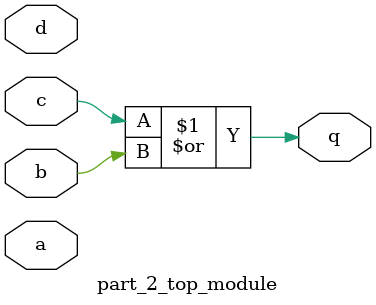
<source format=v>
module part_2_top_module (input a, input b, input c, input d, output q);
assign q = c | b;
endmodule
</source>
